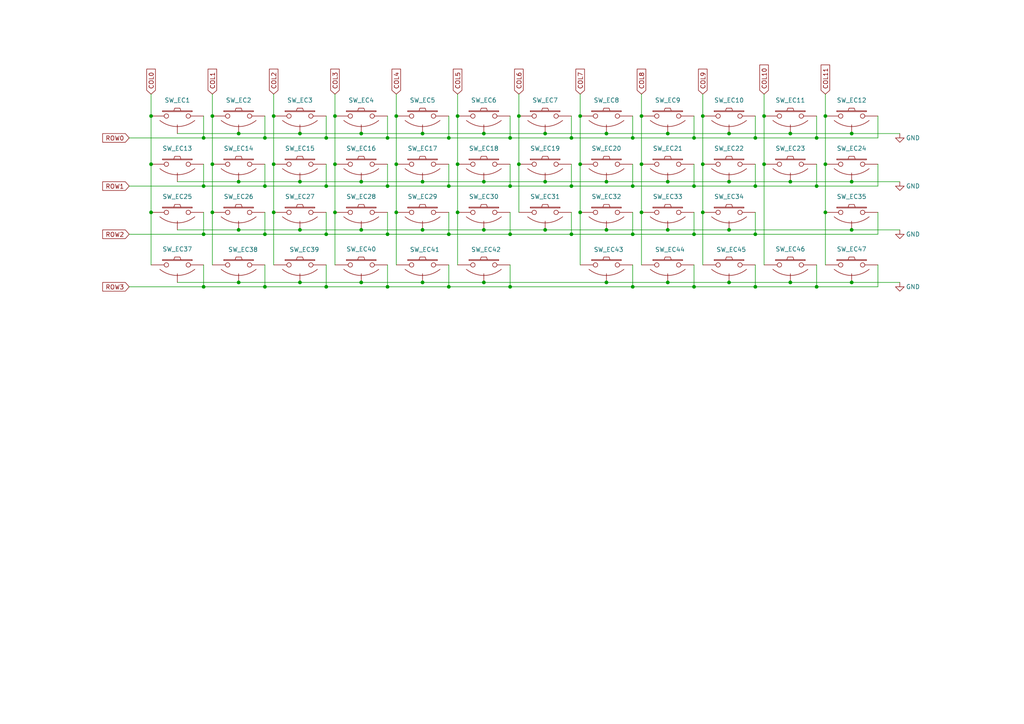
<source format=kicad_sch>
(kicad_sch (version 20230121) (generator eeschema)
  (paper "A4")
  (lib_symbols
    (symbol "cipulot_parts:EC_SW" (pin_numbers hide) (pin_names (offset 1.016) hide)
      (property "Reference" "SW" (at 3.81 2.794 0))
      (property "Value" "EC_SW" (at -3.81 3.81 0))
      (symbol "EC_SW_0_1"
        (arc (start -5.08 -1.27) (mid 0 -3.052) (end 5.08 -1.27))
        (rectangle (start -4.318 1.27) (end 4.318 1.524))
        (polyline (pts (xy -1.016 1.524) (xy -0.762 2.286) (xy 0.762 2.286) (xy 1.016 1.524)))
        (pin passive inverted (at -7.62 0 0) (length 5.08) (name "1") (number "1"))
        (pin passive inverted (at 7.62 0 180) (length 5.08) (name "2") (number "2"))
      )
      (symbol "EC_SW_1_1"
        (pin input line (at 0 -5.08 90) (length 2.54) (name "SG") (number "3"))
      )
    )
    (symbol "power:GND" (power) (pin_names (offset 0))
      (property "Value" "GND" (at 0 -3.81 0))
      (symbol "GND_0_1"
        (polyline (pts (xy 0 0) (xy 0 -1.27) (xy 1.27 -1.27) (xy 0 -2.54) (xy -1.27 -1.27) (xy 0 -1.27)))
      )
      (symbol "GND_1_1"
        (pin power_in line (at 0 0 270) (length 0) hide (name "GND") (number "1"))
      )
    )
  )
  (junction (at 69.215 38.735))
  (junction (at 114.935 47.625))
  (junction (at 112.395 40.005))
  (junction (at 79.375 33.655))
  (junction (at 175.895 38.735))
  (junction (at 76.835 40.005))
  (junction (at 94.615 53.975))
  (junction (at 147.955 83.185))
  (junction (at 61.595 61.595))
  (junction (at 219.075 53.975))
  (junction (at 97.155 47.625))
  (junction (at 193.675 52.705))
  (junction (at 86.995 66.675))
  (junction (at 43.815 47.625))
  (junction (at 69.215 81.915))
  (junction (at 104.775 38.735))
  (junction (at 130.175 67.945))
  (junction (at 236.855 83.185))
  (junction (at 247.015 66.675))
  (junction (at 112.395 53.975))
  (junction (at 150.495 33.655))
  (junction (at 147.955 67.945))
  (junction (at 94.615 83.185))
  (junction (at 140.335 66.675))
  (junction (at 147.955 40.005))
  (junction (at 165.735 67.945))
  (junction (at 43.815 61.595))
  (junction (at 79.375 47.625))
  (junction (at 104.775 66.675))
  (junction (at 229.235 81.915))
  (junction (at 122.555 66.675))
  (junction (at 229.235 52.705))
  (junction (at 247.015 81.915))
  (junction (at 76.835 53.975))
  (junction (at 193.675 38.735))
  (junction (at 59.055 40.005))
  (junction (at 59.055 53.975))
  (junction (at 175.895 81.915))
  (junction (at 140.335 38.735))
  (junction (at 76.835 83.185))
  (junction (at 132.715 61.595))
  (junction (at 97.155 61.595))
  (junction (at 219.075 67.945))
  (junction (at 122.555 81.915))
  (junction (at 132.715 33.655))
  (junction (at 168.275 61.595))
  (junction (at 219.075 40.005))
  (junction (at 86.995 81.915))
  (junction (at 112.395 67.945))
  (junction (at 130.175 83.185))
  (junction (at 183.515 83.185))
  (junction (at 183.515 40.005))
  (junction (at 59.055 83.185))
  (junction (at 247.015 38.735))
  (junction (at 168.275 33.655))
  (junction (at 239.395 47.625))
  (junction (at 175.895 66.675))
  (junction (at 165.735 40.005))
  (junction (at 114.935 61.595))
  (junction (at 186.055 33.655))
  (junction (at 140.335 52.705))
  (junction (at 201.295 53.975))
  (junction (at 86.995 38.735))
  (junction (at 43.815 33.655))
  (junction (at 158.115 38.735))
  (junction (at 229.235 38.735))
  (junction (at 104.775 81.915))
  (junction (at 211.455 38.735))
  (junction (at 76.835 67.945))
  (junction (at 122.555 38.735))
  (junction (at 140.335 81.915))
  (junction (at 114.935 33.655))
  (junction (at 104.775 52.705))
  (junction (at 165.735 53.975))
  (junction (at 69.215 52.705))
  (junction (at 130.175 40.005))
  (junction (at 236.855 53.975))
  (junction (at 122.555 52.705))
  (junction (at 211.455 81.915))
  (junction (at 221.615 47.625))
  (junction (at 193.675 66.675))
  (junction (at 130.175 53.975))
  (junction (at 69.215 66.675))
  (junction (at 201.295 40.005))
  (junction (at 59.055 67.945))
  (junction (at 186.055 47.625))
  (junction (at 236.855 40.005))
  (junction (at 239.395 33.655))
  (junction (at 219.075 83.185))
  (junction (at 175.895 52.705))
  (junction (at 203.835 61.595))
  (junction (at 239.395 61.595))
  (junction (at 186.055 61.595))
  (junction (at 94.615 40.005))
  (junction (at 150.495 47.625))
  (junction (at 201.295 67.945))
  (junction (at 158.115 52.705))
  (junction (at 79.375 61.595))
  (junction (at 221.615 33.655))
  (junction (at 132.715 47.625))
  (junction (at 211.455 52.705))
  (junction (at 112.395 83.185))
  (junction (at 193.675 81.915))
  (junction (at 247.015 52.705))
  (junction (at 86.995 52.705))
  (junction (at 203.835 47.625))
  (junction (at 201.295 83.185))
  (junction (at 61.595 47.625))
  (junction (at 168.275 47.625))
  (junction (at 94.615 67.945))
  (junction (at 203.835 33.655))
  (junction (at 147.955 53.975))
  (junction (at 183.515 53.975))
  (junction (at 183.515 67.945))
  (junction (at 158.115 66.675))
  (junction (at 211.455 66.675))
  (junction (at 61.595 33.655))
  (junction (at 97.155 33.655))
  (wire (pts (xy 247.015 52.705) (xy 260.985 52.705)))
  (wire (pts (xy 112.395 67.945) (xy 130.175 67.945)))
  (wire (pts (xy 69.215 66.675) (xy 86.995 66.675)))
  (wire (pts (xy 130.175 33.655) (xy 130.175 40.005)))
  (wire (pts (xy 59.055 33.655) (xy 59.055 40.005)))
  (wire (pts (xy 112.395 76.835) (xy 112.395 83.185)))
  (wire (pts (xy 211.455 81.915) (xy 229.235 81.915)))
  (wire (pts (xy 122.555 52.705) (xy 140.335 52.705)))
  (wire (pts (xy 61.595 61.595) (xy 61.595 76.835)))
  (wire (pts (xy 221.615 27.305) (xy 221.615 33.655)))
  (wire (pts (xy 211.455 52.705) (xy 229.235 52.705)))
  (wire (pts (xy 114.935 47.625) (xy 114.935 61.595)))
  (wire (pts (xy 76.835 83.185) (xy 94.615 83.185)))
  (wire (pts (xy 147.955 67.945) (xy 165.735 67.945)))
  (wire (pts (xy 229.235 38.735) (xy 247.015 38.735)))
  (wire (pts (xy 147.955 40.005) (xy 165.735 40.005)))
  (wire (pts (xy 86.995 52.705) (xy 104.775 52.705)))
  (wire (pts (xy 168.275 61.595) (xy 168.275 76.835)))
  (wire (pts (xy 186.055 61.595) (xy 186.055 76.835)))
  (wire (pts (xy 86.995 66.675) (xy 104.775 66.675)))
  (wire (pts (xy 247.015 38.735) (xy 260.985 38.735)))
  (wire (pts (xy 165.735 40.005) (xy 183.515 40.005)))
  (wire (pts (xy 193.675 66.675) (xy 211.455 66.675)))
  (wire (pts (xy 203.835 27.305) (xy 203.835 33.655)))
  (wire (pts (xy 76.835 33.655) (xy 76.835 40.005)))
  (wire (pts (xy 43.815 47.625) (xy 43.815 61.595)))
  (wire (pts (xy 183.515 53.975) (xy 201.295 53.975)))
  (wire (pts (xy 165.735 53.975) (xy 183.515 53.975)))
  (wire (pts (xy 175.895 38.735) (xy 193.675 38.735)))
  (wire (pts (xy 43.815 27.305) (xy 43.815 33.655)))
  (wire (pts (xy 147.955 76.835) (xy 147.955 83.185)))
  (wire (pts (xy 165.735 33.655) (xy 165.735 40.005)))
  (wire (pts (xy 158.115 66.675) (xy 175.895 66.675)))
  (wire (pts (xy 94.615 33.655) (xy 94.615 40.005)))
  (wire (pts (xy 61.595 33.655) (xy 61.595 47.625)))
  (wire (pts (xy 94.615 53.975) (xy 112.395 53.975)))
  (wire (pts (xy 114.935 27.305) (xy 114.935 33.655)))
  (wire (pts (xy 236.855 47.625) (xy 236.855 53.975)))
  (wire (pts (xy 94.615 61.595) (xy 94.615 67.945)))
  (wire (pts (xy 59.055 76.835) (xy 59.055 83.185)))
  (wire (pts (xy 132.715 47.625) (xy 132.715 61.595)))
  (wire (pts (xy 94.615 47.625) (xy 94.615 53.975)))
  (wire (pts (xy 37.465 83.185) (xy 59.055 83.185)))
  (wire (pts (xy 147.955 47.625) (xy 147.955 53.975)))
  (wire (pts (xy 165.735 61.595) (xy 165.735 67.945)))
  (wire (pts (xy 247.015 66.675) (xy 260.985 66.675)))
  (wire (pts (xy 104.775 38.735) (xy 122.555 38.735)))
  (wire (pts (xy 79.375 27.305) (xy 79.375 33.655)))
  (wire (pts (xy 51.435 52.705) (xy 69.215 52.705)))
  (wire (pts (xy 201.295 40.005) (xy 219.075 40.005)))
  (wire (pts (xy 221.615 33.655) (xy 221.615 47.625)))
  (wire (pts (xy 76.835 40.005) (xy 94.615 40.005)))
  (wire (pts (xy 51.435 38.735) (xy 69.215 38.735)))
  (wire (pts (xy 236.855 53.975) (xy 254.635 53.975)))
  (wire (pts (xy 122.555 38.735) (xy 140.335 38.735)))
  (wire (pts (xy 79.375 47.625) (xy 79.375 61.595)))
  (wire (pts (xy 130.175 76.835) (xy 130.175 83.185)))
  (wire (pts (xy 168.275 27.305) (xy 168.275 33.655)))
  (wire (pts (xy 193.675 81.915) (xy 211.455 81.915)))
  (wire (pts (xy 112.395 47.625) (xy 112.395 53.975)))
  (wire (pts (xy 211.455 66.675) (xy 247.015 66.675)))
  (wire (pts (xy 203.835 47.625) (xy 203.835 61.595)))
  (wire (pts (xy 130.175 83.185) (xy 147.955 83.185)))
  (wire (pts (xy 219.075 53.975) (xy 236.855 53.975)))
  (wire (pts (xy 130.175 53.975) (xy 147.955 53.975)))
  (wire (pts (xy 236.855 83.185) (xy 254.635 83.185)))
  (wire (pts (xy 186.055 33.655) (xy 186.055 47.625)))
  (wire (pts (xy 219.075 40.005) (xy 236.855 40.005)))
  (wire (pts (xy 168.275 47.625) (xy 168.275 61.595)))
  (wire (pts (xy 175.895 52.705) (xy 193.675 52.705)))
  (wire (pts (xy 239.395 33.655) (xy 239.395 47.625)))
  (wire (pts (xy 76.835 53.975) (xy 94.615 53.975)))
  (wire (pts (xy 183.515 83.185) (xy 201.295 83.185)))
  (wire (pts (xy 254.635 76.835) (xy 254.635 83.185)))
  (wire (pts (xy 112.395 33.655) (xy 112.395 40.005)))
  (wire (pts (xy 219.075 61.595) (xy 219.075 67.945)))
  (wire (pts (xy 130.175 61.595) (xy 130.175 67.945)))
  (wire (pts (xy 229.235 52.705) (xy 247.015 52.705)))
  (wire (pts (xy 211.455 38.735) (xy 229.235 38.735)))
  (wire (pts (xy 97.155 61.595) (xy 97.155 76.835)))
  (wire (pts (xy 165.735 67.945) (xy 183.515 67.945)))
  (wire (pts (xy 201.295 76.835) (xy 201.295 83.185)))
  (wire (pts (xy 43.815 61.595) (xy 43.815 76.835)))
  (wire (pts (xy 175.895 66.675) (xy 193.675 66.675)))
  (wire (pts (xy 158.115 38.735) (xy 175.895 38.735)))
  (wire (pts (xy 219.075 76.835) (xy 219.075 83.185)))
  (wire (pts (xy 122.555 81.915) (xy 140.335 81.915)))
  (wire (pts (xy 130.175 47.625) (xy 130.175 53.975)))
  (wire (pts (xy 236.855 76.835) (xy 236.855 83.185)))
  (wire (pts (xy 140.335 52.705) (xy 158.115 52.705)))
  (wire (pts (xy 219.075 83.185) (xy 236.855 83.185)))
  (wire (pts (xy 239.395 47.625) (xy 239.395 61.595)))
  (wire (pts (xy 86.995 81.915) (xy 104.775 81.915)))
  (wire (pts (xy 236.855 40.005) (xy 254.635 40.005)))
  (wire (pts (xy 59.055 83.185) (xy 76.835 83.185)))
  (wire (pts (xy 201.295 67.945) (xy 219.075 67.945)))
  (wire (pts (xy 61.595 47.625) (xy 61.595 61.595)))
  (wire (pts (xy 183.515 40.005) (xy 201.295 40.005)))
  (wire (pts (xy 201.295 47.625) (xy 201.295 53.975)))
  (wire (pts (xy 104.775 81.915) (xy 122.555 81.915)))
  (wire (pts (xy 203.835 61.595) (xy 203.835 76.835)))
  (wire (pts (xy 254.635 61.595) (xy 254.635 67.945)))
  (wire (pts (xy 59.055 40.005) (xy 76.835 40.005)))
  (wire (pts (xy 97.155 47.625) (xy 97.155 61.595)))
  (wire (pts (xy 150.495 47.625) (xy 150.495 61.595)))
  (wire (pts (xy 94.615 40.005) (xy 112.395 40.005)))
  (wire (pts (xy 140.335 66.675) (xy 158.115 66.675)))
  (wire (pts (xy 193.675 38.735) (xy 211.455 38.735)))
  (wire (pts (xy 183.515 33.655) (xy 183.515 40.005)))
  (wire (pts (xy 254.635 47.625) (xy 254.635 53.975)))
  (wire (pts (xy 112.395 61.595) (xy 112.395 67.945)))
  (wire (pts (xy 51.435 66.675) (xy 69.215 66.675)))
  (wire (pts (xy 132.715 61.595) (xy 132.715 76.835)))
  (wire (pts (xy 104.775 66.675) (xy 122.555 66.675)))
  (wire (pts (xy 79.375 33.655) (xy 79.375 47.625)))
  (wire (pts (xy 122.555 66.675) (xy 140.335 66.675)))
  (wire (pts (xy 97.155 33.655) (xy 97.155 47.625)))
  (wire (pts (xy 254.635 33.655) (xy 254.635 40.005)))
  (wire (pts (xy 43.815 33.655) (xy 43.815 47.625)))
  (wire (pts (xy 193.675 52.705) (xy 211.455 52.705)))
  (wire (pts (xy 219.075 47.625) (xy 219.075 53.975)))
  (wire (pts (xy 114.935 61.595) (xy 114.935 76.835)))
  (wire (pts (xy 201.295 83.185) (xy 219.075 83.185)))
  (wire (pts (xy 229.235 81.915) (xy 247.015 81.915)))
  (wire (pts (xy 114.935 33.655) (xy 114.935 47.625)))
  (wire (pts (xy 94.615 67.945) (xy 112.395 67.945)))
  (wire (pts (xy 147.955 61.595) (xy 147.955 67.945)))
  (wire (pts (xy 112.395 53.975) (xy 130.175 53.975)))
  (wire (pts (xy 203.835 33.655) (xy 203.835 47.625)))
  (wire (pts (xy 112.395 83.185) (xy 130.175 83.185)))
  (wire (pts (xy 94.615 83.185) (xy 112.395 83.185)))
  (wire (pts (xy 183.515 67.945) (xy 201.295 67.945)))
  (wire (pts (xy 51.435 81.915) (xy 69.215 81.915)))
  (wire (pts (xy 132.715 27.305) (xy 132.715 33.655)))
  (wire (pts (xy 59.055 61.595) (xy 59.055 67.945)))
  (wire (pts (xy 37.465 40.005) (xy 59.055 40.005)))
  (wire (pts (xy 175.895 81.915) (xy 193.675 81.915)))
  (wire (pts (xy 97.155 27.305) (xy 97.155 33.655)))
  (wire (pts (xy 201.295 33.655) (xy 201.295 40.005)))
  (wire (pts (xy 150.495 27.305) (xy 150.495 33.655)))
  (wire (pts (xy 130.175 40.005) (xy 147.955 40.005)))
  (wire (pts (xy 86.995 38.735) (xy 104.775 38.735)))
  (wire (pts (xy 150.495 33.655) (xy 150.495 47.625)))
  (wire (pts (xy 76.835 61.595) (xy 76.835 67.945)))
  (wire (pts (xy 147.955 53.975) (xy 165.735 53.975)))
  (wire (pts (xy 183.515 76.835) (xy 183.515 83.185)))
  (wire (pts (xy 219.075 67.945) (xy 254.635 67.945)))
  (wire (pts (xy 201.295 61.595) (xy 201.295 67.945)))
  (wire (pts (xy 147.955 33.655) (xy 147.955 40.005)))
  (wire (pts (xy 183.515 61.595) (xy 183.515 67.945)))
  (wire (pts (xy 37.465 67.945) (xy 59.055 67.945)))
  (wire (pts (xy 59.055 47.625) (xy 59.055 53.975)))
  (wire (pts (xy 76.835 76.835) (xy 76.835 83.185)))
  (wire (pts (xy 168.275 33.655) (xy 168.275 47.625)))
  (wire (pts (xy 140.335 38.735) (xy 158.115 38.735)))
  (wire (pts (xy 239.395 27.305) (xy 239.395 33.655)))
  (wire (pts (xy 219.075 33.655) (xy 219.075 40.005)))
  (wire (pts (xy 94.615 76.835) (xy 94.615 83.185)))
  (wire (pts (xy 130.175 67.945) (xy 147.955 67.945)))
  (wire (pts (xy 236.855 33.655) (xy 236.855 40.005)))
  (wire (pts (xy 59.055 53.975) (xy 76.835 53.975)))
  (wire (pts (xy 140.335 81.915) (xy 175.895 81.915)))
  (wire (pts (xy 104.775 52.705) (xy 122.555 52.705)))
  (wire (pts (xy 201.295 53.975) (xy 219.075 53.975)))
  (wire (pts (xy 183.515 47.625) (xy 183.515 53.975)))
  (wire (pts (xy 247.015 81.915) (xy 260.985 81.915)))
  (wire (pts (xy 165.735 47.625) (xy 165.735 53.975)))
  (wire (pts (xy 158.115 52.705) (xy 175.895 52.705)))
  (wire (pts (xy 186.055 27.305) (xy 186.055 33.655)))
  (wire (pts (xy 239.395 61.595) (xy 239.395 76.835)))
  (wire (pts (xy 221.615 47.625) (xy 221.615 76.835)))
  (wire (pts (xy 61.595 27.305) (xy 61.595 33.655)))
  (wire (pts (xy 69.215 52.705) (xy 86.995 52.705)))
  (wire (pts (xy 147.955 83.185) (xy 183.515 83.185)))
  (wire (pts (xy 59.055 67.945) (xy 76.835 67.945)))
  (wire (pts (xy 76.835 67.945) (xy 94.615 67.945)))
  (wire (pts (xy 112.395 40.005) (xy 130.175 40.005)))
  (wire (pts (xy 69.215 81.915) (xy 86.995 81.915)))
  (wire (pts (xy 132.715 33.655) (xy 132.715 47.625)))
  (wire (pts (xy 79.375 61.595) (xy 79.375 76.835)))
  (wire (pts (xy 69.215 38.735) (xy 86.995 38.735)))
  (wire (pts (xy 37.465 53.975) (xy 59.055 53.975)))
  (wire (pts (xy 186.055 47.625) (xy 186.055 61.595)))
  (wire (pts (xy 76.835 47.625) (xy 76.835 53.975)))
  (global_label "COL11" (shape input) (at 239.395 27.305 90) (property "Intersheetrefs" "${INTERSHEET_REFS}" (effects hide)))
  (global_label "COL9" (shape input) (at 203.835 27.305 90) (property "Intersheetrefs" "${INTERSHEET_REFS}" (effects hide)))
  (global_label "COL6" (shape input) (at 150.495 27.305 90) (property "Intersheetrefs" "${INTERSHEET_REFS}" (effects hide)))
  (global_label "COL8" (shape input) (at 186.055 27.305 90) (property "Intersheetrefs" "${INTERSHEET_REFS}" (effects hide)))
  (global_label "COL5" (shape input) (at 132.715 27.305 90) (property "Intersheetrefs" "${INTERSHEET_REFS}" (effects hide)))
  (global_label "ROW3" (shape input) (at 37.465 83.185 180) (property "Intersheetrefs" "${INTERSHEET_REFS}" (effects hide)))
  (global_label "COL7" (shape input) (at 168.275 27.305 90) (property "Intersheetrefs" "${INTERSHEET_REFS}" (effects hide)))
  (global_label "ROW2" (shape input) (at 37.465 67.945 180) (property "Intersheetrefs" "${INTERSHEET_REFS}" (effects hide)))
  (global_label "COL0" (shape input) (at 43.815 27.305 90) (property "Intersheetrefs" "${INTERSHEET_REFS}" (effects hide)))
  (global_label "ROW1" (shape input) (at 37.465 53.975 180) (property "Intersheetrefs" "${INTERSHEET_REFS}" (effects hide)))
  (global_label "COL1" (shape input) (at 61.595 27.305 90) (property "Intersheetrefs" "${INTERSHEET_REFS}" (effects hide)))
  (global_label "COL4" (shape input) (at 114.935 27.305 90) (property "Intersheetrefs" "${INTERSHEET_REFS}" (effects hide)))
  (global_label "COL10" (shape input) (at 221.615 27.305 90) (property "Intersheetrefs" "${INTERSHEET_REFS}" (effects hide)))
  (global_label "ROW0" (shape input) (at 37.465 40.005 180) (property "Intersheetrefs" "${INTERSHEET_REFS}" (effects hide)))
  (global_label "COL2" (shape input) (at 79.375 27.305 90) (property "Intersheetrefs" "${INTERSHEET_REFS}" (effects hide)))
  (global_label "COL3" (shape input) (at 97.155 27.305 90) (property "Intersheetrefs" "${INTERSHEET_REFS}" (effects hide)))
  (symbol (lib_id "cipulot_parts:EC_SW") (at 140.335 61.595 0) (unit 1)
    (property "Reference" "SW_EC30" (at 140.335 57.023 0))
    (property "Value" "Topre" (effects hide))
    (property "Footprint" "cipulot_parts:ecs_pad_1U_no_ring" (effects hide))
  )
  (symbol (lib_id "cipulot_parts:EC_SW") (at 69.215 61.595 0) (unit 1)
    (property "Reference" "SW_EC26" (at 69.215 57.023 0))
    (property "Value" "Topre" (effects hide))
    (property "Footprint" "cipulot_parts:ecs_pad_1U_no_ring" (effects hide))
  )
  (symbol (lib_id "cipulot_parts:EC_SW") (at 122.555 61.595 0) (unit 1)
    (property "Reference" "SW_EC29" (at 122.555 57.023 0))
    (property "Value" "Topre" (effects hide))
    (property "Footprint" "cipulot_parts:ecs_pad_1U_no_ring" (effects hide))
  )
  (symbol (lib_id "cipulot_parts:EC_SW") (at 69.215 33.655 0) (unit 1)
    (property "Reference" "SW_EC2" (at 69.215 29.083 0))
    (property "Value" "Topre" (effects hide))
    (property "Footprint" "cipulot_parts:ecs_pad_1U_no_ring" (effects hide))
  )
  (symbol (lib_id "cipulot_parts:EC_SW") (at 158.115 33.655 0) (unit 1)
    (property "Reference" "SW_EC7" (at 158.115 29.083 0))
    (property "Value" "Topre" (effects hide))
    (property "Footprint" "cipulot_parts:ecs_pad_1U_no_ring" (effects hide))
  )
  (symbol (lib_id "cipulot_parts:EC_SW") (at 51.435 61.595 0) (unit 1)
    (property "Reference" "SW_EC25" (at 51.435 57.023 0))
    (property "Value" "Topre" (effects hide))
    (property "Footprint" "cipulot_parts:ecs_pad_1U_no_ring" (effects hide))
  )
  (symbol (lib_id "cipulot_parts:EC_SW") (at 211.455 33.655 0) (unit 1)
    (property "Reference" "SW_EC10" (at 211.455 29.083 0))
    (property "Value" "Topre" (effects hide))
    (property "Footprint" "cipulot_parts:ecs_pad_1U_no_ring" (effects hide))
  )
  (symbol (lib_id "power:GND") (at 260.985 81.915 0) (unit 1)
    (property "Reference" "#PWR037" (effects hide))
    (property "Value" "GND" (at 264.795 83.185 0))
    (instances (project "oceanographer EC" (path "" (reference "#PWR037") (unit 1))) (project "EC matrix" (path "" (reference "#PWR011") (unit 1))) (project "forti EC" (path "" (reference "#PWR011") (unit 1))))
  )
  (symbol (lib_id "cipulot_parts:EC_SW") (at 86.995 61.595 0) (unit 1)
    (property "Reference" "SW_EC27" (at 86.995 57.023 0))
    (property "Value" "Topre" (effects hide))
    (property "Footprint" "cipulot_parts:ecs_pad_1U_no_ring" (effects hide))
  )
  (symbol (lib_id "cipulot_parts:EC_SW") (at 229.235 47.625 0) (unit 1)
    (property "Reference" "SW_EC23" (at 229.235 43.053 0))
    (property "Value" "Topre" (effects hide))
    (property "Footprint" "cipulot_parts:ecs_pad_1U_no_ring" (effects hide))
  )
  (symbol (lib_id "cipulot_parts:EC_SW") (at 51.435 33.655 0) (unit 1)
    (property "Reference" "SW_EC1" (at 51.435 29.083 0))
    (property "Value" "Topre" (effects hide))
    (property "Footprint" "cipulot_parts:ecs_pad_1U_no_ring" (effects hide))
  )
  (symbol (lib_id "cipulot_parts:EC_SW") (at 69.215 47.625 0) (unit 1)
    (property "Reference" "SW_EC14" (at 69.215 43.053 0))
    (property "Value" "Topre" (effects hide))
    (property "Footprint" "cipulot_parts:ecs_pad_1U_no_ring" (effects hide))
  )
  (symbol (lib_id "cipulot_parts:EC_SW") (at 140.335 33.655 0) (unit 1)
    (property "Reference" "SW_EC6" (at 140.335 29.083 0))
    (property "Value" "Topre" (effects hide))
    (property "Footprint" "cipulot_parts:ecs_pad_1U_no_ring" (effects hide))
  )
  (symbol (lib_id "cipulot_parts:EC_SW") (at 193.675 33.655 0) (unit 1)
    (property "Reference" "SW_EC9" (at 193.675 29.083 0))
    (property "Value" "Topre" (effects hide))
    (property "Footprint" "cipulot_parts:ecs_pad_1U_no_ring" (effects hide))
  )
  (symbol (lib_id "power:GND") (at 260.985 38.735 0) (unit 1)
    (property "Reference" "#PWR033" (effects hide))
    (property "Value" "GND" (at 264.795 40.005 0))
    (instances (project "oceanographer EC" (path "" (reference "#PWR033") (unit 1))) (project "EC matrix" (path "" (reference "#PWR014") (unit 1))) (project "forti EC" (path "" (reference "#PWR014") (unit 1))))
  )
  (symbol (lib_id "cipulot_parts:EC_SW") (at 104.775 47.625 0) (unit 1)
    (property "Reference" "SW_EC16" (at 104.775 43.053 0))
    (property "Value" "Topre" (effects hide))
    (property "Footprint" "cipulot_parts:ecs_pad_1U_no_ring" (effects hide))
  )
  (symbol (lib_id "cipulot_parts:EC_SW") (at 211.455 47.625 0) (unit 1)
    (property "Reference" "SW_EC22" (at 211.455 43.053 0))
    (property "Value" "Topre" (effects hide))
    (property "Footprint" "cipulot_parts:ecs_pad_1U_no_ring" (effects hide))
  )
  (symbol (lib_id "cipulot_parts:EC_SW") (at 175.895 61.595 0) (unit 1)
    (property "Reference" "SW_EC32" (at 175.895 57.023 0))
    (property "Value" "Topre" (effects hide))
    (property "Footprint" "cipulot_parts:ecs_pad_1U_no_ring" (effects hide))
  )
  (symbol (lib_id "cipulot_parts:EC_SW") (at 104.775 33.655 0) (unit 1)
    (property "Reference" "SW_EC4" (at 104.775 29.083 0))
    (property "Value" "Topre" (effects hide))
    (property "Footprint" "cipulot_parts:ecs_pad_1U_no_ring" (effects hide))
  )
  (symbol (lib_id "cipulot_parts:EC_SW") (at 86.995 47.625 0) (unit 1)
    (property "Reference" "SW_EC15" (at 86.995 43.053 0))
    (property "Value" "Topre" (effects hide))
    (property "Footprint" "cipulot_parts:ecs_pad_1U_no_ring" (effects hide))
  )
  (symbol (lib_id "power:GND") (at 260.985 52.705 0) (unit 1)
    (property "Reference" "#PWR035" (effects hide))
    (property "Value" "GND" (at 264.795 53.975 0))
    (instances (project "oceanographer EC" (path "" (reference "#PWR035") (unit 1))) (project "EC matrix" (path "" (reference "#PWR07") (unit 1))) (project "forti EC" (path "" (reference "#PWR07") (unit 1))))
  )
  (symbol (lib_id "cipulot_parts:EC_SW") (at 158.115 47.625 0) (unit 1)
    (property "Reference" "SW_EC19" (at 158.115 43.053 0))
    (property "Value" "Topre" (effects hide))
    (property "Footprint" "cipulot_parts:ecs_pad_1U_no_ring" (effects hide))
  )
  (symbol (lib_id "cipulot_parts:EC_SW") (at 158.115 61.595 0) (unit 1)
    (property "Reference" "SW_EC31" (at 158.115 57.023 0))
    (property "Value" "Topre" (effects hide))
    (property "Footprint" "cipulot_parts:ecs_pad_1U_no_ring" (effects hide))
  )
  (symbol (lib_id "power:GND") (at 260.985 66.675 0) (unit 1)
    (property "Reference" "#PWR036" (effects hide))
    (property "Value" "GND" (at 264.795 67.945 0))
    (instances (project "oceanographer EC" (path "" (reference "#PWR036") (unit 1))) (project "EC matrix" (path "" (reference "#PWR06") (unit 1))) (project "forti EC" (path "" (reference "#PWR06") (unit 1))))
  )
  (symbol (lib_id "cipulot_parts:EC_SW") (at 229.235 33.655 0) (unit 1)
    (property "Reference" "SW_EC11" (at 229.235 29.083 0))
    (property "Value" "Topre" (effects hide))
    (property "Footprint" "cipulot_parts:ecs_pad_1U_no_ring" (effects hide))
  )
  (symbol (lib_id "cipulot_parts:EC_SW") (at 211.455 76.835 0) (unit 1)
    (property "Reference" "SW_EC45" (at 212.09 72.39 0))
    (property "Value" "Topre" (effects hide))
    (property "Footprint" "cipulot_parts:ecs_pad_1U_no_ring" (effects hide))
    (instances (project "oceanographer EC" (path "" (reference "SW_EC45") (unit 1))) (project "EC matrix" (path "" (reference "SW_EC46") (unit 1))) (project "forti EC" (path "" (reference "SW_EC46") (unit 1))))
  )
  (symbol (lib_id "cipulot_parts:EC_SW") (at 86.995 76.835 0) (unit 1)
    (property "Reference" "SW_EC39" (at 88.265 72.39 0))
    (property "Value" "Topre" (effects hide))
    (property "Footprint" "cipulot_parts:ecs_pad_1U_no_ring" (effects hide))
  )
  (symbol (lib_id "cipulot_parts:EC_SW") (at 140.335 47.625 0) (unit 1)
    (property "Reference" "SW_EC18" (at 140.335 43.053 0))
    (property "Value" "Topre" (effects hide))
    (property "Footprint" "cipulot_parts:ecs_pad_1U_no_ring" (effects hide))
  )
  (symbol (lib_id "cipulot_parts:EC_SW") (at 51.435 47.625 0) (unit 1)
    (property "Reference" "SW_EC13" (at 51.435 43.053 0))
    (property "Value" "Topre" (effects hide))
    (property "Footprint" "cipulot_parts:ecs_pad_1U_no_ring" (effects hide))
    (instances (project "oceanographer EC" (path "" (reference "SW_EC13") (unit 1))) (project "EC matrix" (path "" (reference "SW_EC13") (unit 1))) (project "forti EC" (path "" (reference "SW_EC14") (unit 1))))
  )
  (symbol (lib_id "cipulot_parts:EC_SW") (at 193.675 47.625 0) (unit 1)
    (property "Reference" "SW_EC21" (at 193.675 43.053 0))
    (property "Value" "Topre" (effects hide))
    (property "Footprint" "cipulot_parts:ecs_pad_1U_no_ring" (effects hide))
  )
  (symbol (lib_id "cipulot_parts:EC_SW") (at 247.015 33.655 0) (unit 1)
    (property "Reference" "SW_EC12" (at 247.015 29.083 0))
    (property "Value" "Topre" (effects hide))
    (property "Footprint" "cipulot_parts:ecs_pad_1U_no_ring" (effects hide))
  )
  (symbol (lib_id "cipulot_parts:EC_SW") (at 247.015 47.625 0) (unit 1)
    (property "Reference" "SW_EC24" (at 247.015 43.053 0))
    (property "Value" "Topre" (effects hide))
    (property "Footprint" "cipulot_parts:ecs_pad_1U_no_ring" (effects hide))
  )
  (symbol (lib_id "cipulot_parts:EC_SW") (at 175.895 47.625 0) (unit 1)
    (property "Reference" "SW_EC20" (at 175.895 43.053 0))
    (property "Value" "Topre" (effects hide))
    (property "Footprint" "cipulot_parts:ecs_pad_1U_no_ring" (effects hide))
  )
  (symbol (lib_id "cipulot_parts:EC_SW") (at 193.675 76.835 0) (unit 1)
    (property "Reference" "SW_EC44" (at 194.31 72.39 0))
    (property "Value" "Topre" (effects hide))
    (property "Footprint" "cipulot_parts:ecs_pad_1U_no_ring" (effects hide))
    (instances (project "oceanographer EC" (path "" (reference "SW_EC44") (unit 1))) (project "EC matrix" (path "" (reference "SW_EC45") (unit 1))) (project "forti EC" (path "" (reference "SW_EC45") (unit 1))))
  )
  (symbol (lib_id "cipulot_parts:EC_SW") (at 140.335 76.835 0) (unit 1)
    (property "Reference" "SW_EC42" (at 140.97 72.39 0))
    (property "Value" "Topre" (effects hide))
    (property "Footprint" "cipulot_parts:ecs_pad_1U_no_ring" (effects hide))
  )
  (symbol (lib_id "cipulot_parts:EC_SW") (at 104.775 76.835 0) (unit 1)
    (property "Reference" "SW_EC40" (at 104.775 72.263 0))
    (property "Value" "Topre" (effects hide))
    (property "Footprint" "cipulot_parts:ecs_pad_1U_no_ring" (effects hide))
    (instances (project "oceanographer EC" (path "" (reference "SW_EC40") (unit 1))) (project "EC matrix" (path "" (reference "SW_EC37") (unit 1))) (project "forti EC" (path "" (reference "SW_EC24") (unit 1))))
  )
  (symbol (lib_id "cipulot_parts:EC_SW") (at 86.995 33.655 0) (unit 1)
    (property "Reference" "SW_EC3" (at 86.995 29.083 0))
    (property "Value" "Topre" (effects hide))
    (property "Footprint" "cipulot_parts:ecs_pad_1U_no_ring" (effects hide))
  )
  (symbol (lib_id "cipulot_parts:EC_SW") (at 175.895 76.835 0) (unit 1)
    (property "Reference" "SW_EC43" (at 176.53 72.39 0))
    (property "Value" "Topre" (effects hide))
    (property "Footprint" "cipulot_parts:ecs_pad_1U_no_ring" (effects hide))
  )
  (symbol (lib_id "cipulot_parts:EC_SW") (at 104.775 61.595 0) (unit 1)
    (property "Reference" "SW_EC28" (at 104.775 57.023 0))
    (property "Value" "Topre" (effects hide))
    (property "Footprint" "cipulot_parts:ecs_pad_1U_no_ring" (effects hide))
  )
  (symbol (lib_id "cipulot_parts:EC_SW") (at 122.555 76.835 0) (unit 1)
    (property "Reference" "SW_EC41" (at 123.19 72.39 0))
    (property "Value" "Topre" (effects hide))
    (property "Footprint" "cipulot_parts:ecs_pad_1U_no_ring" (effects hide))
  )
  (symbol (lib_id "cipulot_parts:EC_SW") (at 51.435 76.835 0) (unit 1)
    (property "Reference" "SW_EC37" (at 51.435 72.263 0))
    (property "Value" "Topre" (effects hide))
    (property "Footprint" "cipulot_parts:ecs_pad_1U_no_ring" (effects hide))
    (instances (project "oceanographer EC" (path "" (reference "SW_EC37") (unit 1))) (project "EC matrix" (path "" (reference "SW_EC36") (unit 1))) (project "forti EC" (path "" (reference "SW_EC24") (unit 1))))
  )
  (symbol (lib_id "cipulot_parts:EC_SW") (at 247.015 76.835 0) (unit 1)
    (property "Reference" "SW_EC47" (at 247.015 72.263 0))
    (property "Value" "Topre" (effects hide))
    (property "Footprint" "cipulot_parts:ecs_pad_1U_no_ring" (effects hide))
    (instances (project "oceanographer EC" (path "" (reference "SW_EC47") (unit 1))) (project "EC matrix" (path "" (reference "SW_EC40") (unit 1))) (project "forti EC" (path "" (reference "SW_EC24") (unit 1))))
  )
  (symbol (lib_id "cipulot_parts:EC_SW") (at 175.895 33.655 0) (unit 1)
    (property "Reference" "SW_EC8" (at 175.895 29.083 0))
    (property "Value" "Topre" (effects hide))
    (property "Footprint" "cipulot_parts:ecs_pad_1U_no_ring" (effects hide))
  )
  (symbol (lib_id "cipulot_parts:EC_SW") (at 229.235 76.835 0) (unit 1)
    (property "Reference" "SW_EC46" (at 229.235 72.263 0))
    (property "Value" "Topre" (effects hide))
    (property "Footprint" "cipulot_parts:ecs_pad_1U_no_ring" (effects hide))
    (instances (project "oceanographer EC" (path "" (reference "SW_EC46") (unit 1))) (project "EC matrix" (path "" (reference "SW_EC44") (unit 1))) (project "forti EC" (path "" (reference "SW_EC24") (unit 1))))
  )
  (symbol (lib_id "cipulot_parts:EC_SW") (at 211.455 61.595 0) (unit 1)
    (property "Reference" "SW_EC34" (at 211.455 57.023 0))
    (property "Value" "Topre" (effects hide))
    (property "Footprint" "cipulot_parts:ecs_pad_1U_no_ring" (effects hide))
  )
  (symbol (lib_id "cipulot_parts:EC_SW") (at 122.555 47.625 0) (unit 1)
    (property "Reference" "SW_EC17" (at 122.555 43.053 0))
    (property "Value" "Topre" (effects hide))
    (property "Footprint" "cipulot_parts:ecs_pad_1U_no_ring" (effects hide))
  )
  (symbol (lib_id "cipulot_parts:EC_SW") (at 193.675 61.595 0) (unit 1)
    (property "Reference" "SW_EC33" (at 193.675 57.023 0))
    (property "Value" "Topre" (effects hide))
    (property "Footprint" "cipulot_parts:ecs_pad_1U_no_ring" (effects hide))
  )
  (symbol (lib_id "cipulot_parts:EC_SW") (at 247.015 61.595 0) (unit 1)
    (property "Reference" "SW_EC35" (at 247.015 57.023 0))
    (property "Value" "Topre" (effects hide))
    (property "Footprint" "cipulot_parts:ecs_pad_1U_no_ring" (effects hide))
    (instances (project "oceanographer EC" (path "" (reference "SW_EC35") (unit 1))) (project "EC matrix" (path "" (reference "SW_EC35") (unit 1))) (project "forti EC" (path "" (reference "SW_EC24") (unit 1))))
  )
  (symbol (lib_id "cipulot_parts:EC_SW") (at 69.215 76.835 0) (unit 1)
    (property "Reference" "SW_EC38" (at 70.485 72.39 0))
    (property "Value" "Topre" (effects hide))
    (property "Footprint" "cipulot_parts:ecs_pad_1U_no_ring" (effects hide))
  )
  (symbol (lib_id "cipulot_parts:EC_SW") (at 122.555 33.655 0) (unit 1)
    (property "Reference" "SW_EC5" (at 122.555 29.083 0))
    (property "Value" "Topre" (effects hide))
    (property "Footprint" "cipulot_parts:ecs_pad_1U_no_ring" (effects hide))
  )
)
</source>
